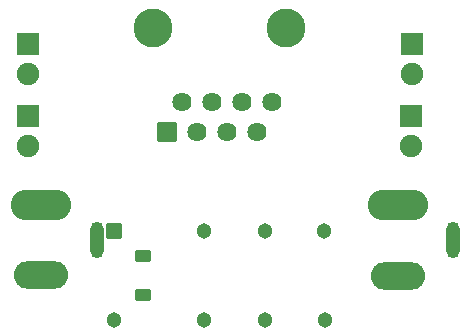
<source format=gbr>
G04 #@! TF.GenerationSoftware,KiCad,Pcbnew,(6.0.6-0)*
G04 #@! TF.CreationDate,2022-11-29T15:01:30-05:00*
G04 #@! TF.ProjectId,Philips CD-i 450 Power Adapter,5068696c-6970-4732-9043-442d69203435,1*
G04 #@! TF.SameCoordinates,Original*
G04 #@! TF.FileFunction,Soldermask,Bot*
G04 #@! TF.FilePolarity,Negative*
%FSLAX46Y46*%
G04 Gerber Fmt 4.6, Leading zero omitted, Abs format (unit mm)*
G04 Created by KiCad (PCBNEW (6.0.6-0)) date 2022-11-29 15:01:30*
%MOMM*%
%LPD*%
G01*
G04 APERTURE LIST*
G04 Aperture macros list*
%AMRoundRect*
0 Rectangle with rounded corners*
0 $1 Rounding radius*
0 $2 $3 $4 $5 $6 $7 $8 $9 X,Y pos of 4 corners*
0 Add a 4 corners polygon primitive as box body*
4,1,4,$2,$3,$4,$5,$6,$7,$8,$9,$2,$3,0*
0 Add four circle primitives for the rounded corners*
1,1,$1+$1,$2,$3*
1,1,$1+$1,$4,$5*
1,1,$1+$1,$6,$7*
1,1,$1+$1,$8,$9*
0 Add four rect primitives between the rounded corners*
20,1,$1+$1,$2,$3,$4,$5,0*
20,1,$1+$1,$4,$5,$6,$7,0*
20,1,$1+$1,$6,$7,$8,$9,0*
20,1,$1+$1,$8,$9,$2,$3,0*%
G04 Aperture macros list end*
%ADD10RoundRect,0.050800X-0.600000X-0.600000X0.600000X-0.600000X0.600000X0.600000X-0.600000X0.600000X0*%
%ADD11C,1.301600*%
%ADD12RoundRect,0.050800X-0.900000X0.900000X-0.900000X-0.900000X0.900000X-0.900000X0.900000X0.900000X0*%
%ADD13C,1.901600*%
%ADD14C,3.300000*%
%ADD15RoundRect,0.050800X-0.762000X-0.762000X0.762000X-0.762000X0.762000X0.762000X-0.762000X0.762000X0*%
%ADD16C,1.625600*%
%ADD17O,1.101600X3.101600*%
%ADD18O,5.101600X2.601600*%
%ADD19O,4.601600X2.351600*%
%ADD20RoundRect,0.050800X-0.600000X0.450000X-0.600000X-0.450000X0.600000X-0.450000X0.600000X0.450000X0*%
G04 APERTURE END LIST*
D10*
X130580245Y-108865000D03*
D11*
X130580245Y-116465000D03*
X138205245Y-108865000D03*
X138205245Y-116465000D03*
X143305245Y-108865000D03*
X143305245Y-116465000D03*
X148355245Y-108865000D03*
X148380245Y-116465000D03*
D12*
X123230000Y-99185000D03*
D13*
X123230000Y-101725000D03*
D14*
X133820000Y-91685000D03*
X145120000Y-91685000D03*
D15*
X135070000Y-100535000D03*
D16*
X136340000Y-97995000D03*
X137610000Y-100535000D03*
X138880000Y-97995000D03*
X140150000Y-100535000D03*
X141420000Y-97995000D03*
X142690000Y-100535000D03*
X143960000Y-97995000D03*
D17*
X159275000Y-109677500D03*
D18*
X154575000Y-106677500D03*
D19*
X154575000Y-112677500D03*
D17*
X129095000Y-109667500D03*
D18*
X124395000Y-106667500D03*
D19*
X124395000Y-112667500D03*
D12*
X155740000Y-93095000D03*
D13*
X155740000Y-95635000D03*
D12*
X123230000Y-93095000D03*
D13*
X123230000Y-95635000D03*
D12*
X155730000Y-99175000D03*
D13*
X155730000Y-101715000D03*
D20*
X133020000Y-110990000D03*
X133020000Y-114290000D03*
M02*

</source>
